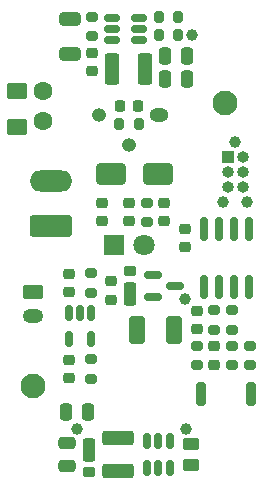
<source format=gbr>
%TF.GenerationSoftware,KiCad,Pcbnew,8.0.1*%
%TF.CreationDate,2024-06-22T11:42:11+02:00*%
%TF.ProjectId,night_light,6e696768-745f-46c6-9967-68742e6b6963,rev?*%
%TF.SameCoordinates,Original*%
%TF.FileFunction,Soldermask,Top*%
%TF.FilePolarity,Negative*%
%FSLAX46Y46*%
G04 Gerber Fmt 4.6, Leading zero omitted, Abs format (unit mm)*
G04 Created by KiCad (PCBNEW 8.0.1) date 2024-06-22 11:42:11*
%MOMM*%
%LPD*%
G01*
G04 APERTURE LIST*
G04 Aperture macros list*
%AMRoundRect*
0 Rectangle with rounded corners*
0 $1 Rounding radius*
0 $2 $3 $4 $5 $6 $7 $8 $9 X,Y pos of 4 corners*
0 Add a 4 corners polygon primitive as box body*
4,1,4,$2,$3,$4,$5,$6,$7,$8,$9,$2,$3,0*
0 Add four circle primitives for the rounded corners*
1,1,$1+$1,$2,$3*
1,1,$1+$1,$4,$5*
1,1,$1+$1,$6,$7*
1,1,$1+$1,$8,$9*
0 Add four rect primitives between the rounded corners*
20,1,$1+$1,$2,$3,$4,$5,0*
20,1,$1+$1,$4,$5,$6,$7,0*
20,1,$1+$1,$6,$7,$8,$9,0*
20,1,$1+$1,$8,$9,$2,$3,0*%
G04 Aperture macros list end*
%ADD10RoundRect,0.250000X0.250000X0.475000X-0.250000X0.475000X-0.250000X-0.475000X0.250000X-0.475000X0*%
%ADD11RoundRect,0.200000X-0.275000X0.200000X-0.275000X-0.200000X0.275000X-0.200000X0.275000X0.200000X0*%
%ADD12RoundRect,0.250000X-1.075000X0.375000X-1.075000X-0.375000X1.075000X-0.375000X1.075000X0.375000X0*%
%ADD13RoundRect,0.225000X-0.250000X0.225000X-0.250000X-0.225000X0.250000X-0.225000X0.250000X0.225000X0*%
%ADD14RoundRect,0.200000X-0.200000X-0.275000X0.200000X-0.275000X0.200000X0.275000X-0.200000X0.275000X0*%
%ADD15RoundRect,0.250000X0.300000X-0.750000X0.300000X0.750000X-0.300000X0.750000X-0.300000X-0.750000X0*%
%ADD16RoundRect,0.200000X0.350000X-0.200000X0.350000X0.200000X-0.350000X0.200000X-0.350000X-0.200000X0*%
%ADD17RoundRect,0.250000X-0.300000X0.750000X-0.300000X-0.750000X0.300000X-0.750000X0.300000X0.750000X0*%
%ADD18RoundRect,0.200000X-0.350000X0.200000X-0.350000X-0.200000X0.350000X-0.200000X0.350000X0.200000X0*%
%ADD19RoundRect,0.250000X-0.450000X0.262500X-0.450000X-0.262500X0.450000X-0.262500X0.450000X0.262500X0*%
%ADD20RoundRect,0.200000X0.275000X-0.200000X0.275000X0.200000X-0.275000X0.200000X-0.275000X-0.200000X0*%
%ADD21RoundRect,0.250000X-1.000000X-0.650000X1.000000X-0.650000X1.000000X0.650000X-1.000000X0.650000X0*%
%ADD22RoundRect,0.200000X0.200000X0.275000X-0.200000X0.275000X-0.200000X-0.275000X0.200000X-0.275000X0*%
%ADD23RoundRect,0.250000X1.550000X-0.650000X1.550000X0.650000X-1.550000X0.650000X-1.550000X-0.650000X0*%
%ADD24O,3.600000X1.800000*%
%ADD25RoundRect,0.150000X-0.587500X-0.150000X0.587500X-0.150000X0.587500X0.150000X-0.587500X0.150000X0*%
%ADD26RoundRect,0.225000X0.225000X0.250000X-0.225000X0.250000X-0.225000X-0.250000X0.225000X-0.250000X0*%
%ADD27C,2.100000*%
%ADD28RoundRect,0.250000X-0.375000X-1.075000X0.375000X-1.075000X0.375000X1.075000X-0.375000X1.075000X0*%
%ADD29RoundRect,0.250000X-0.650000X0.325000X-0.650000X-0.325000X0.650000X-0.325000X0.650000X0.325000X0*%
%ADD30RoundRect,0.250000X-0.625000X0.350000X-0.625000X-0.350000X0.625000X-0.350000X0.625000X0.350000X0*%
%ADD31O,1.750000X1.200000*%
%ADD32RoundRect,0.250000X-0.475000X0.250000X-0.475000X-0.250000X0.475000X-0.250000X0.475000X0.250000X0*%
%ADD33RoundRect,0.150000X0.150000X-0.825000X0.150000X0.825000X-0.150000X0.825000X-0.150000X-0.825000X0*%
%ADD34C,0.990600*%
%ADD35R,1.000000X1.000000*%
%ADD36O,1.000000X1.000000*%
%ADD37RoundRect,0.225000X0.250000X-0.225000X0.250000X0.225000X-0.250000X0.225000X-0.250000X-0.225000X0*%
%ADD38RoundRect,0.150000X-0.150000X0.512500X-0.150000X-0.512500X0.150000X-0.512500X0.150000X0.512500X0*%
%ADD39RoundRect,0.150000X0.150000X-0.512500X0.150000X0.512500X-0.150000X0.512500X-0.150000X-0.512500X0*%
%ADD40RoundRect,0.200000X-0.200000X-0.800000X0.200000X-0.800000X0.200000X0.800000X-0.200000X0.800000X0*%
%ADD41C,1.600000*%
%ADD42RoundRect,0.250001X0.624999X-0.462499X0.624999X0.462499X-0.624999X0.462499X-0.624999X-0.462499X0*%
%ADD43RoundRect,0.250000X-0.412500X-0.925000X0.412500X-0.925000X0.412500X0.925000X-0.412500X0.925000X0*%
%ADD44RoundRect,0.150000X0.512500X0.150000X-0.512500X0.150000X-0.512500X-0.150000X0.512500X-0.150000X0*%
%ADD45C,1.000000*%
%ADD46R,1.800000X1.800000*%
%ADD47C,1.800000*%
%ADD48O,1.600000X1.200000*%
%ADD49O,1.200000X1.200000*%
G04 APERTURE END LIST*
D10*
%TO.C,C3*%
X125950000Y-104000000D03*
X124050000Y-104000000D03*
%TD*%
D11*
%TO.C,R1*%
X117875000Y-100675000D03*
X117875000Y-102325000D03*
%TD*%
D12*
%TO.C,L2*%
X120125000Y-136350000D03*
X120125000Y-139150000D03*
%TD*%
D13*
%TO.C,C13*%
X124000000Y-116475000D03*
X124000000Y-118025000D03*
%TD*%
D10*
%TO.C,C5*%
X117575000Y-134125000D03*
X115675000Y-134125000D03*
%TD*%
D13*
%TO.C,C7*%
X115925000Y-129725000D03*
X115925000Y-131275000D03*
%TD*%
D11*
%TO.C,R10*%
X131250000Y-128550000D03*
X131250000Y-130200000D03*
%TD*%
D14*
%TO.C,R3*%
X123550000Y-100750000D03*
X125200000Y-100750000D03*
%TD*%
D15*
%TO.C,D3*%
X117625000Y-137350000D03*
D16*
X117625000Y-139250000D03*
%TD*%
D17*
%TO.C,D5*%
X121125000Y-124150000D03*
D18*
X121125000Y-122250000D03*
%TD*%
D19*
%TO.C,R4*%
X126250000Y-136837500D03*
X126250000Y-138662500D03*
%TD*%
D20*
%TO.C,R9*%
X129750000Y-130200000D03*
X129750000Y-128550000D03*
%TD*%
D21*
%TO.C,D1*%
X119500000Y-114000000D03*
X123500000Y-114000000D03*
%TD*%
D10*
%TO.C,C12*%
X125950000Y-106000000D03*
X124050000Y-106000000D03*
%TD*%
D13*
%TO.C,C15*%
X125750000Y-118650000D03*
X125750000Y-120200000D03*
%TD*%
D22*
%TO.C,R14*%
X121825000Y-109750000D03*
X120175000Y-109750000D03*
%TD*%
D13*
%TO.C,C17*%
X128250000Y-128600000D03*
X128250000Y-130150000D03*
%TD*%
D23*
%TO.C,J2*%
X114392500Y-118387500D03*
D24*
X114392500Y-114577500D03*
%TD*%
D25*
%TO.C,Q1*%
X123062500Y-122550000D03*
X123062500Y-124450000D03*
X124937500Y-123500000D03*
%TD*%
D11*
%TO.C,R11*%
X122500000Y-116425000D03*
X122500000Y-118075000D03*
%TD*%
D26*
%TO.C,C10*%
X121775000Y-108250000D03*
X120225000Y-108250000D03*
%TD*%
D27*
%TO.C,H2*%
X129125000Y-108000000D03*
%TD*%
D28*
%TO.C,L1*%
X119600000Y-105125000D03*
X122400000Y-105125000D03*
%TD*%
D11*
%TO.C,R5*%
X117825000Y-129675000D03*
X117825000Y-131325000D03*
%TD*%
D29*
%TO.C,C1*%
X116000000Y-100900000D03*
X116000000Y-103850000D03*
%TD*%
D27*
%TO.C,H1*%
X112875000Y-132000000D03*
%TD*%
D11*
%TO.C,R13*%
X129750000Y-125550000D03*
X129750000Y-127200000D03*
%TD*%
D20*
%TO.C,R6*%
X117825000Y-124075000D03*
X117825000Y-122425000D03*
%TD*%
D30*
%TO.C,J3*%
X112925000Y-124000000D03*
D31*
X112925000Y-126000000D03*
%TD*%
D20*
%TO.C,R8*%
X128250000Y-127200000D03*
X128250000Y-125550000D03*
%TD*%
D32*
%TO.C,C6*%
X115750000Y-136800000D03*
X115750000Y-138700000D03*
%TD*%
D33*
%TO.C,U5*%
X127345000Y-123600000D03*
X128615000Y-123600000D03*
X129885000Y-123600000D03*
X131155000Y-123600000D03*
X131155000Y-118650000D03*
X129885000Y-118650000D03*
X128615000Y-118650000D03*
X127345000Y-118650000D03*
%TD*%
D34*
%TO.C,J4*%
X130000000Y-111335000D03*
X131016000Y-116415000D03*
X128984000Y-116415000D03*
D35*
X129365000Y-112605000D03*
D36*
X130635000Y-112605000D03*
X129365000Y-113875000D03*
X130635000Y-113875000D03*
X129365000Y-115145000D03*
X130635000Y-115145000D03*
%TD*%
D37*
%TO.C,C9*%
X119500000Y-124650000D03*
X119500000Y-123100000D03*
%TD*%
%TO.C,C8*%
X115925000Y-124000000D03*
X115925000Y-122450000D03*
%TD*%
D13*
%TO.C,C4*%
X118750000Y-116475000D03*
X118750000Y-118025000D03*
%TD*%
D37*
%TO.C,C14*%
X121000000Y-118025000D03*
X121000000Y-116475000D03*
%TD*%
D38*
%TO.C,U3*%
X117825000Y-125737500D03*
X116875000Y-125737500D03*
X115925000Y-125737500D03*
X115925000Y-128012500D03*
X117825000Y-128012500D03*
%TD*%
D39*
%TO.C,U2*%
X122550000Y-138887500D03*
X123500000Y-138887500D03*
X124450000Y-138887500D03*
X124450000Y-136612500D03*
X123500000Y-136612500D03*
X122550000Y-136612500D03*
%TD*%
D22*
%TO.C,R2*%
X125200000Y-102250000D03*
X123550000Y-102250000D03*
%TD*%
D37*
%TO.C,C16*%
X126750000Y-127150000D03*
X126750000Y-125600000D03*
%TD*%
D40*
%TO.C,SW1*%
X127150000Y-132625000D03*
X131350000Y-132625000D03*
%TD*%
D41*
%TO.C,C11*%
X113750000Y-107012500D03*
X113750000Y-109512500D03*
%TD*%
D42*
%TO.C,F1*%
X111500000Y-109987500D03*
X111500000Y-107012500D03*
%TD*%
D43*
%TO.C,C18*%
X121712500Y-127250000D03*
X124787500Y-127250000D03*
%TD*%
D20*
%TO.C,R7*%
X126750000Y-130200000D03*
X126750000Y-128550000D03*
%TD*%
D37*
%TO.C,C2*%
X117875000Y-105275000D03*
X117875000Y-103725000D03*
%TD*%
D44*
%TO.C,U1*%
X121887500Y-102700000D03*
X121887500Y-101750000D03*
X121887500Y-100800000D03*
X119612500Y-100800000D03*
X119612500Y-101750000D03*
X119612500Y-102700000D03*
%TD*%
D45*
%TO.C,TP4*%
X116625000Y-135625000D03*
%TD*%
%TO.C,TP5*%
X125875000Y-135625000D03*
%TD*%
D46*
%TO.C,D6*%
X119725000Y-120000000D03*
D47*
X122265000Y-120000000D03*
%TD*%
D48*
%TO.C,J1*%
X123540000Y-109000000D03*
D49*
X121000000Y-111540000D03*
X118460000Y-109000000D03*
%TD*%
D45*
%TO.C,TP3*%
X126375000Y-102250000D03*
%TD*%
%TO.C,TP6*%
X125750000Y-124625000D03*
%TD*%
M02*

</source>
